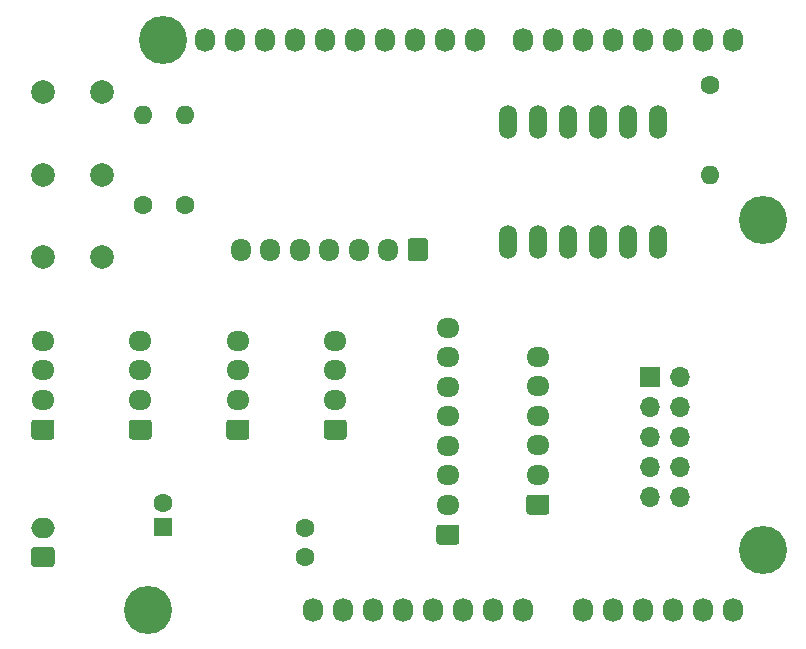
<source format=gbr>
%TF.GenerationSoftware,KiCad,Pcbnew,5.1.6-c6e7f7d~87~ubuntu18.04.1*%
%TF.CreationDate,2021-02-24T23:49:23+09:00*%
%TF.ProjectId,M302,4d333032-2e6b-4696-9361-645f70636258,rev?*%
%TF.SameCoordinates,Original*%
%TF.FileFunction,Soldermask,Bot*%
%TF.FilePolarity,Negative*%
%FSLAX46Y46*%
G04 Gerber Fmt 4.6, Leading zero omitted, Abs format (unit mm)*
G04 Created by KiCad (PCBNEW 5.1.6-c6e7f7d~87~ubuntu18.04.1) date 2021-02-24 23:49:23*
%MOMM*%
%LPD*%
G01*
G04 APERTURE LIST*
%ADD10C,1.600000*%
%ADD11O,1.950000X1.700000*%
%ADD12O,1.600000X1.600000*%
%ADD13O,1.700000X1.950000*%
%ADD14C,2.000000*%
%ADD15O,1.524000X2.844800*%
%ADD16O,2.000000X1.700000*%
%ADD17R,1.600000X1.600000*%
%ADD18O,1.700000X1.700000*%
%ADD19R,1.700000X1.700000*%
%ADD20O,1.727200X2.032000*%
%ADD21C,4.064000*%
G04 APERTURE END LIST*
D10*
%TO.C,C2*%
X138303000Y-116880000D03*
X138303000Y-119380000D03*
%TD*%
D11*
%TO.C,J9*%
X150368000Y-99975000D03*
X150368000Y-102475000D03*
X150368000Y-104975000D03*
X150368000Y-107475000D03*
X150368000Y-109975000D03*
X150368000Y-112475000D03*
X150368000Y-114975000D03*
G36*
G01*
X151093000Y-118325000D02*
X149643000Y-118325000D01*
G75*
G02*
X149393000Y-118075000I0J250000D01*
G01*
X149393000Y-116875000D01*
G75*
G02*
X149643000Y-116625000I250000J0D01*
G01*
X151093000Y-116625000D01*
G75*
G02*
X151343000Y-116875000I0J-250000D01*
G01*
X151343000Y-118075000D01*
G75*
G02*
X151093000Y-118325000I-250000J0D01*
G01*
G37*
%TD*%
D12*
%TO.C,R3*%
X172593000Y-86995000D03*
D10*
X172593000Y-79375000D03*
%TD*%
D12*
%TO.C,R2*%
X128143000Y-81915000D03*
D10*
X128143000Y-89535000D03*
%TD*%
D12*
%TO.C,R1*%
X124571835Y-81915000D03*
D10*
X124571835Y-89535000D03*
%TD*%
D13*
%TO.C,J5*%
X132828000Y-93345000D03*
X135328000Y-93345000D03*
X137828000Y-93345000D03*
X140328000Y-93345000D03*
X142828000Y-93345000D03*
X145328000Y-93345000D03*
G36*
G01*
X148678000Y-92620000D02*
X148678000Y-94070000D01*
G75*
G02*
X148428000Y-94320000I-250000J0D01*
G01*
X147228000Y-94320000D01*
G75*
G02*
X146978000Y-94070000I0J250000D01*
G01*
X146978000Y-92620000D01*
G75*
G02*
X147228000Y-92370000I250000J0D01*
G01*
X148428000Y-92370000D01*
G75*
G02*
X148678000Y-92620000I0J-250000D01*
G01*
G37*
%TD*%
D14*
%TO.C,SW3*%
X116118000Y-93980000D03*
X121118000Y-93980000D03*
%TD*%
D15*
%TO.C,U1*%
X155448000Y-82550000D03*
X157988000Y-82550000D03*
X160528000Y-82550000D03*
X163068000Y-82550000D03*
X165608000Y-82550000D03*
X163068000Y-92710000D03*
X165608000Y-92710000D03*
X160528000Y-92710000D03*
X157988000Y-92710000D03*
X168148000Y-82550000D03*
X168148000Y-92710000D03*
X155448000Y-92710000D03*
%TD*%
D16*
%TO.C,J8*%
X116078000Y-116880000D03*
G36*
G01*
X116828000Y-120230000D02*
X115328000Y-120230000D01*
G75*
G02*
X115078000Y-119980000I0J250000D01*
G01*
X115078000Y-118780000D01*
G75*
G02*
X115328000Y-118530000I250000J0D01*
G01*
X116828000Y-118530000D01*
G75*
G02*
X117078000Y-118780000I0J-250000D01*
G01*
X117078000Y-119980000D01*
G75*
G02*
X116828000Y-120230000I-250000J0D01*
G01*
G37*
%TD*%
D10*
%TO.C,C1*%
X126238000Y-114840000D03*
D17*
X126238000Y-116840000D03*
%TD*%
D11*
%TO.C,J7*%
X157988000Y-102435000D03*
X157988000Y-104935000D03*
X157988000Y-107435000D03*
X157988000Y-109935000D03*
X157988000Y-112435000D03*
G36*
G01*
X158713000Y-115785000D02*
X157263000Y-115785000D01*
G75*
G02*
X157013000Y-115535000I0J250000D01*
G01*
X157013000Y-114335000D01*
G75*
G02*
X157263000Y-114085000I250000J0D01*
G01*
X158713000Y-114085000D01*
G75*
G02*
X158963000Y-114335000I0J-250000D01*
G01*
X158963000Y-115535000D01*
G75*
G02*
X158713000Y-115785000I-250000J0D01*
G01*
G37*
%TD*%
D18*
%TO.C,J6*%
X170053000Y-114300000D03*
X167513000Y-114300000D03*
X170053000Y-111760000D03*
X167513000Y-111760000D03*
X170053000Y-109220000D03*
X167513000Y-109220000D03*
X170053000Y-106680000D03*
X167513000Y-106680000D03*
X170053000Y-104140000D03*
D19*
X167513000Y-104140000D03*
%TD*%
D14*
%TO.C,SW1*%
X121118000Y-80010000D03*
X116118000Y-80010000D03*
%TD*%
%TO.C,SW2*%
X121118000Y-86995000D03*
X116118000Y-86995000D03*
%TD*%
D20*
%TO.C,P1*%
X138938000Y-123825000D03*
X141478000Y-123825000D03*
X144018000Y-123825000D03*
X146558000Y-123825000D03*
X149098000Y-123825000D03*
X151638000Y-123825000D03*
X154178000Y-123825000D03*
X156718000Y-123825000D03*
%TD*%
%TO.C,P2*%
X161798000Y-123825000D03*
X164338000Y-123825000D03*
X166878000Y-123825000D03*
X169418000Y-123825000D03*
X171958000Y-123825000D03*
X174498000Y-123825000D03*
%TD*%
%TO.C,P3*%
X129794000Y-75565000D03*
X132334000Y-75565000D03*
X134874000Y-75565000D03*
X137414000Y-75565000D03*
X139954000Y-75565000D03*
X142494000Y-75565000D03*
X145034000Y-75565000D03*
X147574000Y-75565000D03*
X150114000Y-75565000D03*
X152654000Y-75565000D03*
%TD*%
%TO.C,P4*%
X156718000Y-75565000D03*
X159258000Y-75565000D03*
X161798000Y-75565000D03*
X164338000Y-75565000D03*
X166878000Y-75565000D03*
X169418000Y-75565000D03*
X171958000Y-75565000D03*
X174498000Y-75565000D03*
%TD*%
D21*
%TO.C,P5*%
X124968000Y-123825000D03*
%TD*%
%TO.C,P6*%
X177038000Y-118745000D03*
%TD*%
%TO.C,P7*%
X126238000Y-75565000D03*
%TD*%
%TO.C,P8*%
X177038000Y-90805000D03*
%TD*%
D11*
%TO.C,J1*%
X116078000Y-101085000D03*
X116078000Y-103585000D03*
X116078000Y-106085000D03*
G36*
G01*
X116803000Y-109435000D02*
X115353000Y-109435000D01*
G75*
G02*
X115103000Y-109185000I0J250000D01*
G01*
X115103000Y-107985000D01*
G75*
G02*
X115353000Y-107735000I250000J0D01*
G01*
X116803000Y-107735000D01*
G75*
G02*
X117053000Y-107985000I0J-250000D01*
G01*
X117053000Y-109185000D01*
G75*
G02*
X116803000Y-109435000I-250000J0D01*
G01*
G37*
%TD*%
%TO.C,J2*%
G36*
G01*
X125058000Y-109435000D02*
X123608000Y-109435000D01*
G75*
G02*
X123358000Y-109185000I0J250000D01*
G01*
X123358000Y-107985000D01*
G75*
G02*
X123608000Y-107735000I250000J0D01*
G01*
X125058000Y-107735000D01*
G75*
G02*
X125308000Y-107985000I0J-250000D01*
G01*
X125308000Y-109185000D01*
G75*
G02*
X125058000Y-109435000I-250000J0D01*
G01*
G37*
X124333000Y-106085000D03*
X124333000Y-103585000D03*
X124333000Y-101085000D03*
%TD*%
%TO.C,J3*%
X132588000Y-101085000D03*
X132588000Y-103585000D03*
X132588000Y-106085000D03*
G36*
G01*
X133313000Y-109435000D02*
X131863000Y-109435000D01*
G75*
G02*
X131613000Y-109185000I0J250000D01*
G01*
X131613000Y-107985000D01*
G75*
G02*
X131863000Y-107735000I250000J0D01*
G01*
X133313000Y-107735000D01*
G75*
G02*
X133563000Y-107985000I0J-250000D01*
G01*
X133563000Y-109185000D01*
G75*
G02*
X133313000Y-109435000I-250000J0D01*
G01*
G37*
%TD*%
%TO.C,J4*%
G36*
G01*
X141568000Y-109435000D02*
X140118000Y-109435000D01*
G75*
G02*
X139868000Y-109185000I0J250000D01*
G01*
X139868000Y-107985000D01*
G75*
G02*
X140118000Y-107735000I250000J0D01*
G01*
X141568000Y-107735000D01*
G75*
G02*
X141818000Y-107985000I0J-250000D01*
G01*
X141818000Y-109185000D01*
G75*
G02*
X141568000Y-109435000I-250000J0D01*
G01*
G37*
X140843000Y-106085000D03*
X140843000Y-103585000D03*
X140843000Y-101085000D03*
%TD*%
M02*

</source>
